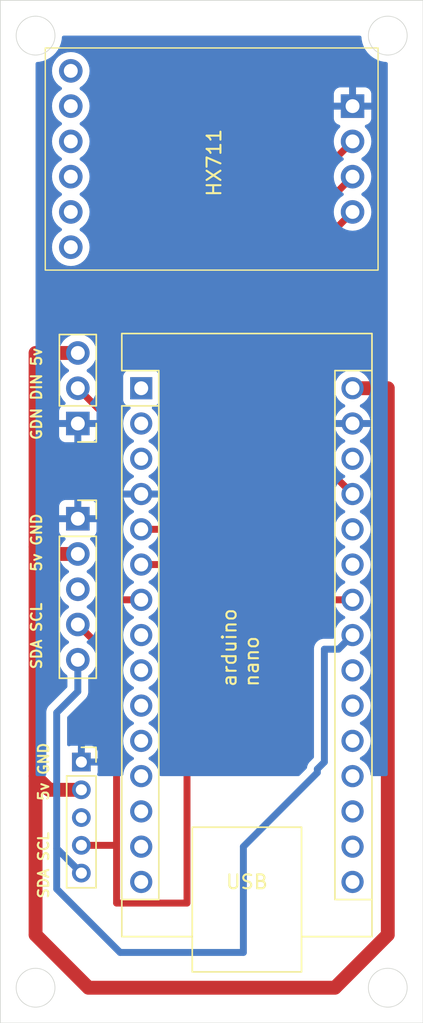
<source format=kicad_pcb>
(kicad_pcb (version 20240108) (generator "pcbnew") (generator_version "8.0")
  (title_block (title "Wave PCB") (date "2025-05-25") (company "YPP"))
  (layers (0 "F.Cu" signal) (31 "B.Cu" signal) (34 "B.Paste" user) (35 "F.Paste" user) (36 "B.SilkS" user "B.Silkscreen") (37 "F.SilkS" user "F.Silkscreen") (38 "B.Mask" user) (39 "F.Mask" user) (44 "Edge.Cuts" user))
  (net 0 "")
  (net 1 "GND")
  (net 2 "power")
  (net 3 "SCL")
  (net 4 "SDA")
  (footprint "Module:Arduino_Nano" (layer "F.Cu") (at 106.68 127)
    (property "Reference" "REF**" (hide yes))
    (property "Value" "Arduino_Nano" (hide yes))
    (fp_line (start -1.4 -3.94) (end -1.4 -1.27) (stroke (width 0.12)) (layer "F.SilkS"))
    (fp_line (start -1.4 1.27) (end -1.4 39.5) (stroke (width 0.12)) (layer "F.SilkS"))
    (fp_line (start -1.4 39.5) (end 3.68 39.5) (stroke (width 0.12)) (layer "F.SilkS"))
    (fp_line (start 1.27 -1.27) (end -1.4 -1.27) (stroke (width 0.12)) (layer "F.SilkS"))
    (fp_line (start 1.27 1.27) (end -1.4 1.27) (stroke (width 0.12)) (layer "F.SilkS"))
    (fp_line (start 1.27 1.27) (end 1.27 -1.27) (stroke (width 0.12)) (layer "F.SilkS"))
    (fp_line (start 1.27 1.27) (end 1.27 36.83) (stroke (width 0.12)) (layer "F.SilkS"))
    (fp_line (start 1.27 36.83) (end -1.4 36.83) (stroke (width 0.12)) (layer "F.SilkS"))
    (fp_line (start 3.68 31.62) (end 11.56 31.62) (stroke (width 0.12)) (layer "F.SilkS"))
    (fp_line (start 3.68 42.04) (end 3.68 31.62) (stroke (width 0.12)) (layer "F.SilkS"))
    (fp_line (start 11.56 31.62) (end 11.56 42.04) (stroke (width 0.12)) (layer "F.SilkS"))
    (fp_line (start 11.56 42.04) (end 3.68 42.04) (stroke (width 0.12)) (layer "F.SilkS"))
    (fp_line (start 13.97 -1.27) (end 13.97 36.83) (stroke (width 0.12)) (layer "F.SilkS"))
    (fp_line (start 13.97 -1.27) (end 16.64 -1.27) (stroke (width 0.12)) (layer "F.SilkS"))
    (fp_line (start 13.97 36.83) (end 16.64 36.83) (stroke (width 0.12)) (layer "F.SilkS"))
    (fp_line (start 16.64 -3.94) (end -1.4 -3.94) (stroke (width 0.12)) (layer "F.SilkS"))
    (fp_line (start 16.64 39.5) (end 11.56 39.5) (stroke (width 0.12)) (layer "F.SilkS"))
    (fp_line (start 16.64 39.5) (end 16.64 -3.94) (stroke (width 0.12)) (layer "F.SilkS"))
    (fp_text user "USB" (at 7.62 35.56 0) (layer "F.SilkS"))
    (pad "3V3" thru_hole oval (at 15.24 33.02) (size 1.6 1.6) (drill 1) (layers "*.Cu" "*.Mask"))
    (pad "5V" thru_hole oval (at 15.24 7.62) (size 1.6 1.6) (drill 1) (layers "*.Cu" "*.Mask") (net 2 "power"))
    (pad "A0" thru_hole oval (at 15.24 27.94) (size 1.6 1.6) (drill 1) (layers "*.Cu" "*.Mask"))
    (pad "A1" thru_hole oval (at 15.24 25.4) (size 1.6 1.6) (drill 1) (layers "*.Cu" "*.Mask"))
    (pad "A2" thru_hole oval (at 15.24 22.86) (size 1.6 1.6) (drill 1) (layers "*.Cu" "*.Mask"))
    (pad "A3" thru_hole oval (at 15.24 20.32) (size 1.6 1.6) (drill 1) (layers "*.Cu" "*.Mask"))
    (pad "A4" thru_hole oval (at 15.24 17.78) (size 1.6 1.6) (drill 1) (layers "*.Cu" "*.Mask") (net 4 "SDA"))
    (pad "A5" thru_hole oval (at 15.24 15.24) (size 1.6 1.6) (drill 1) (layers "*.Cu" "*.Mask") (net 3 "SCL"))
    (pad "A6" thru_hole oval (at 15.24 12.7) (size 1.6 1.6) (drill 1) (layers "*.Cu" "*.Mask"))
    (pad "A7" thru_hole oval (at 15.24 10.16) (size 1.6 1.6) (drill 1) (layers "*.Cu" "*.Mask"))
    (pad "D2" thru_hole oval (at 0 10.16) (size 1.6 1.6) (drill 1) (layers "*.Cu" "*.Mask"))
    (pad "D3" thru_hole oval (at 0 12.7) (size 1.6 1.6) (drill 1) (layers "*.Cu" "*.Mask"))
    (pad "D4" thru_hole oval (at 0 15.24) (size 1.6 1.6) (drill 1) (layers "*.Cu" "*.Mask"))
    (pad "D5" thru_hole oval (at 0 17.78) (size 1.6 1.6) (drill 1) (layers "*.Cu" "*.Mask"))
    (pad "D6" thru_hole oval (at 0 20.32) (size 1.6 1.6) (drill 1) (layers "*.Cu" "*.Mask"))
    (pad "D7" thru_hole oval (at 0 22.86) (size 1.6 1.6) (drill 1) (layers "*.Cu" "*.Mask"))
    (pad "D8" thru_hole oval (at 0 25.4) (size 1.6 1.6) (drill 1) (layers "*.Cu" "*.Mask"))
    (pad "D9" thru_hole oval (at 0 27.94) (size 1.6 1.6) (drill 1) (layers "*.Cu" "*.Mask"))
    (pad "D10" thru_hole oval (at 0 30.48) (size 1.6 1.6) (drill 1) (layers "*.Cu" "*.Mask"))
    (pad "D11" thru_hole oval (at 0 33.02) (size 1.6 1.6) (drill 1) (layers "*.Cu" "*.Mask"))
    (pad "D12" thru_hole oval (at 0 35.56) (size 1.6 1.6) (drill 1) (layers "*.Cu" "*.Mask"))
    (pad "D13" thru_hole oval (at 15.24 35.56) (size 1.6 1.6) (drill 1) (layers "*.Cu" "*.Mask"))
    (pad "GND" thru_hole oval (at 0 7.62) (size 1.6 1.6) (drill 1) (layers "*.Cu" "*.Mask") (net 1 "GND"))
    (pad "GND" thru_hole oval (at 15.24 2.54) (size 1.6 1.6) (drill 1) (layers "*.Cu" "*.Mask") (net 1 "GND"))
    (pad "REF" thru_hole oval (at 15.24 30.48) (size 1.6 1.6) (drill 1) (layers "*.Cu" "*.Mask"))
    (pad "RST" thru_hole oval (at 0 5.08) (size 1.6 1.6) (drill 1) (layers "*.Cu" "*.Mask"))
    (pad "RST" thru_hole oval (at 15.24 5.08) (size 1.6 1.6) (drill 1) (layers "*.Cu" "*.Mask"))
    (pad "RX0" thru_hole oval (at 0 2.54) (size 1.6 1.6) (drill 1) (layers "*.Cu" "*.Mask"))
    (pad "TX1" thru_hole rect (at 0 0) (size 1.6 1.6) (drill 1) (layers "*.Cu" "*.Mask"))
    (pad "VIN" thru_hole oval (at 15.24 0) (size 1.6 1.6) (drill 1) (layers "*.Cu" "*.Mask") (net 2 "power"))
  )
  (footprint "Connector_PinSocket_2.00mm:PinSocket_1x05_P2.00mm_Vertical" (layer "F.Cu") (at 102.362 153.924)
    (property "Reference" "REF**" (hide yes))
    (property "Value" "PinSocket_1x05_P2.00mm_Vertical" (hide yes))
    (fp_line (start -1.06 1) (end -1.06 9.06) (stroke (width 0.12)) (layer "F.SilkS"))
    (fp_line (start -1.06 1) (end 1.06 1) (stroke (width 0.12)) (layer "F.SilkS"))
    (fp_line (start -1.06 9.06) (end 1.06 9.06) (stroke (width 0.12)) (layer "F.SilkS"))
    (fp_line (start 0 -1.06) (end 1.06 -1.06) (stroke (width 0.12)) (layer "F.SilkS"))
    (fp_line (start 1.06 -1.06) (end 1.06 0) (stroke (width 0.12)) (layer "F.SilkS"))
    (fp_line (start 1.06 1) (end 1.06 9.06) (stroke (width 0.12)) (layer "F.SilkS"))
    (pad "2" thru_hole oval (at 0 2) (size 1.35 1.35) (drill 0.8) (layers "*.Cu" "*.Mask") (net 2 "power"))
    (pad "3" thru_hole oval (at 0 4) (size 1.35 1.35) (drill 0.8) (layers "*.Cu" "*.Mask"))
    (pad "GND" thru_hole rect (at 0 0) (size 1.35 1.35) (drill 0.8) (layers "*.Cu" "*.Mask") (net 1 "GND"))
    (pad "SCL" thru_hole oval (at 0 6) (size 1.35 1.35) (drill 0.8) (layers "*.Cu" "*.Mask") (net 3 "SCL"))
    (pad "SDA" thru_hole oval (at 0 8) (size 1.35 1.35) (drill 0.8) (layers "*.Cu" "*.Mask") (net 4 "SDA"))
  )
  (footprint "Connector_PinSocket_2.54mm:PinSocket_1x05_P2.54mm_Vertical" (layer "F.Cu") (at 102.108 136.398)
    (property "Reference" "REF**" (hide yes))
    (property "Value" "PinSocket_1x05_P2.54mm_Vertical" (hide yes))
    (fp_line (start -1.33 1.27) (end -1.33 11.49) (stroke (width 0.12)) (layer "F.SilkS"))
    (fp_line (start -1.33 1.27) (end 1.33 1.27) (stroke (width 0.12)) (layer "F.SilkS"))
    (fp_line (start -1.33 11.49) (end 1.33 11.49) (stroke (width 0.12)) (layer "F.SilkS"))
    (fp_line (start 0 -1.33) (end 1.33 -1.33) (stroke (width 0.12)) (layer "F.SilkS"))
    (fp_line (start 1.33 -1.33) (end 1.33 0) (stroke (width 0.12)) (layer "F.SilkS"))
    (fp_line (start 1.33 1.27) (end 1.33 11.49) (stroke (width 0.12)) (layer "F.SilkS"))
    (pad "3" thru_hole oval (at 0 5.08) (size 1.7 1.7) (drill 1) (layers "*.Cu" "*.Mask"))
    (pad "5v" thru_hole oval (at 0 2.54) (size 1.7 1.7) (drill 1) (layers "*.Cu" "*.Mask") (net 2 "power"))
    (pad "GND" thru_hole rect (at 0 0) (size 1.7 1.7) (drill 1) (layers "*.Cu" "*.Mask") (net 1 "GND"))
    (pad "SCL" thru_hole oval (at 0 7.62) (size 1.7 1.7) (drill 1) (layers "*.Cu" "*.Mask") (net 3 "SCL"))
    (pad "SDA" thru_hole oval (at 0 10.16) (size 1.7 1.7) (drill 1) (layers "*.Cu" "*.Mask") (net 4 "SDA"))
  )
  (footprint "Connector_PinHeader_2.54mm:PinHeader_1x03_P2.54mm_Vertical" (layer "F.Cu") (at 102.108 129.54 180)
    (property "Reference" "REF**" (hide yes))
    (property "Value" "WS2811" (hide yes))
    (fp_line (start 1.33 1.27) (end 1.33 6.41) (stroke (width 0.12)) (layer "F.SilkS"))
    (fp_line (start -1.33 6.41) (end 1.33 6.41) (stroke (width 0.12)) (layer "F.SilkS"))
    (fp_line (start -1.33 1.27) (end 1.33 1.27) (stroke (width 0.12)) (layer "F.SilkS"))
    (fp_line (start -1.33 1.27) (end -1.33 6.41) (stroke (width 0.12)) (layer "F.SilkS"))
    (fp_line (start -1.33 0) (end -1.33 -1.33) (stroke (width 0.12)) (layer "F.SilkS"))
    (fp_line (start -1.33 -1.33) (end 0 -1.33) (stroke (width 0.12)) (layer "F.SilkS"))
    (pad "DT" thru_hole oval (at 0 2.54 180) (size 1.7 1.7) (drill 1) (layers "*.Cu" "*.Mask"))
    (pad "GND" thru_hole rect (at 0 0 180) (size 1.7 1.7) (drill 1) (layers "*.Cu" "*.Mask") (net 1 "GND"))
    (pad "Vin" thru_hole oval (at 0 5.08 180) (size 1.7 1.7) (drill 1) (layers "*.Cu" "*.Mask") (net 2 "power"))
  )
  (footprint "SeongjooCustom:HX711Module" (layer "F.Cu") (at 111.76 109.22)
    (property "Reference" "REF**" (hide yes))
    (property "Value" "HX711Module" (hide yes))
    (fp_rect (start -12 -6.73) (end 12 9.27) (stroke (width 0.1)) (fill none) (layer "F.SilkS"))
    (pad "A+" thru_hole circle (at -10.16 2.54) (size 1.7 1.7) (drill 1) (layers "*.Cu" "*.Mask"))
    (pad "A-" thru_hole circle (at -10.16 0) (size 1.7 1.7) (drill 1) (layers "*.Cu" "*.Mask"))
    (pad "B+" thru_hole circle (at -10.16 7.62) (size 1.7 1.7) (drill 1) (layers "*.Cu" "*.Mask"))
    (pad "B-" thru_hole circle (at -10.16 5.08) (size 1.7 1.7) (drill 1) (layers "*.Cu" "*.Mask"))
    (pad "DT" thru_hole circle (at 10.16 0) (size 1.7 1.7) (drill 1) (layers "*.Cu" "*.Mask"))
    (pad "E+" thru_hole circle (at -10.16 -5.08) (size 1.7 1.7) (drill 1) (layers "*.Cu" "*.Mask"))
    (pad "E-" thru_hole circle (at -10.16 -2.54) (size 1.7 1.7) (drill 1) (layers "*.Cu" "*.Mask"))
    (pad "GND" thru_hole rect (at 10.16 -2.54) (size 1.7 1.7) (drill 1) (layers "*.Cu" "*.Mask") (net 1 "GND"))
    (pad "SCK" thru_hole circle (at 10.16 2.54) (size 1.7 1.7) (drill 1) (layers "*.Cu" "*.Mask"))
    (pad "VCC" thru_hole circle (at 10.16 5.08) (size 1.7 1.7) (drill 1) (layers "*.Cu" "*.Mask") (net 2 "power"))
  )
  (gr_circle (center 99.06 170.18) (end 100.46 170.18) (stroke (width 0.05)) (fill none) (layer "Edge.Cuts"))
  (gr_circle (center 124.46 170.18) (end 125.86 170.18) (stroke (width 0.05)) (fill none) (layer "Edge.Cuts"))
  (gr_circle (center 99.06 101.6) (end 100.46 101.6) (stroke (width 0.05)) (fill none) (layer "Edge.Cuts"))
  (gr_circle (center 124.46 101.6) (end 125.86 101.6) (stroke (width 0.05)) (fill none) (layer "Edge.Cuts"))
  (gr_rect (start 96.52 99.06) (end 127 172.72) (stroke (width 0.05)) (fill none) (layer "Edge.Cuts"))
  (gr_text "GDN DIN 5v" (at 99.568 130.81 90) (layer "F.SilkS") (effects (font (size 0.75 0.75)) (justify left bottom)))
  (gr_text "SDA SCL    5v GND\n" (at 99.568 147.32 90) (layer "F.SilkS") (effects (font (size 0.75 0.75)) (justify left bottom)))
  (gr_text "arduino\nnano\n\n" (at 116.84 148.59 90) (layer "F.SilkS") (effects (font (size 1 1)) (justify left bottom)))
  (gr_text "HX711" (at 112.522 113.284 90) (layer "F.SilkS") (effects (font (size 1 1)) (justify left bottom)))
  (gr_text "SDA SCL    5v GND\n" (at 100.076 163.83 90) (layer "F.SilkS") (effects (font (size 0.75 0.75)) (justify left bottom)))
  (segment (start 106.68 139.7) (end 111.76 139.7) (width 0.5) (layer "F.Cu") (net 0))
  (segment (start 114.3 116.84) (end 114.3 134.62) (width 0.5) (layer "F.Cu") (net 0))
  (segment (start 121.92 109.22) (end 114.3 116.84) (width 0.5) (layer "F.Cu") (net 0))
  (segment (start 104.14 142.24) (end 106.68 142.24) (width 0.5) (layer "F.Cu") (net 0))
  (segment (start 102.108 127) (end 104.14 129.032) (width 0.5) (layer "F.Cu") (net 0))
  (segment (start 116.84 116.84) (end 121.92 111.76) (width 0.5) (layer "F.Cu") (net 0))
  (segment (start 111.76 137.16) (end 106.68 137.16) (width 0.5) (layer "F.Cu") (net 0))
  (segment (start 111.76 139.7) (end 116.84 134.62) (width 0.5) (layer "F.Cu") (net 0))
  (segment (start 114.3 134.62) (end 111.76 137.16) (width 0.5) (layer "F.Cu") (net 0))
  (segment (start 104.14 129.032) (end 104.14 142.24) (width 0.5) (layer "F.Cu") (net 0))
  (segment (start 116.84 134.62) (end 116.84 116.84) (width 0.5) (layer "F.Cu") (net 0))
  (segment (start 99.06 138.43) (end 99.06 154.94) (width 1) (layer "F.Cu") (net 2))
  (segment (start 119.38 132.08) (end 119.38 116.84) (width 0.5) (layer "F.Cu") (net 2))
  (segment (start 102.87 170.18) (end 120.65 170.18) (width 1) (layer "F.Cu") (net 2))
  (segment (start 99.06 154.94) (end 100.044 155.924) (width 1) (layer "F.Cu") (net 2))
  (segment (start 120.65 170.18) (end 124.46 166.37) (width 1) (layer "F.Cu") (net 2))
  (segment (start 99.06 124.46) (end 102.108 124.46) (width 1) (layer "F.Cu") (net 2))
  (segment (start 121.92 134.62) (end 119.38 132.08) (width 0.5) (layer "F.Cu") (net 2))
  (segment (start 99.568 138.938) (end 102.108 138.938) (width 1) (layer "F.Cu") (net 2))
  (segment (start 99.06 166.37) (end 102.87 170.18) (width 1) (layer "F.Cu") (net 2))
  (segment (start 124.46 127) (end 121.92 127) (width 1) (layer "F.Cu") (net 2))
  (segment (start 99.06 138.43) (end 99.568 138.938) (width 1) (layer "F.Cu") (net 2))
  (segment (start 99.06 124.46) (end 99.06 138.43) (width 1) (layer "F.Cu") (net 2))
  (segment (start 100.044 155.924) (end 102.362 155.924) (width 1) (layer "F.Cu") (net 2))
  (segment (start 119.38 116.84) (end 121.92 114.3) (width 0.5) (layer "F.Cu") (net 2))
  (segment (start 124.46 166.37) (end 124.46 127) (width 1) (layer "F.Cu") (net 2))
  (segment (start 99.314 124.714) (end 99.06 124.46) (width 0.2) (layer "F.Cu") (net 2))
  (segment (start 99.06 154.94) (end 99.06 166.37) (width 1) (layer "F.Cu") (net 2))
  (segment (start 104.744 159.924) (end 104.902 159.766) (width 0.2) (layer "F.Cu") (net 3))
  (segment (start 104.902 164.084) (end 109.982 164.084) (width 0.5) (layer "F.Cu") (net 3))
  (segment (start 104.902 146.812) (end 104.902 159.766) (width 0.5) (layer "F.Cu") (net 3))
  (segment (start 102.362 159.924) (end 104.744 159.924) (width 0.5) (layer "F.Cu") (net 3))
  (segment (start 102.108 144.018) (end 104.902 146.812) (width 0.5) (layer "F.Cu") (net 3))
  (segment (start 120.142 142.24) (end 121.92 142.24) (width 0.5) (layer "F.Cu") (net 3))
  (segment (start 109.982 152.4) (end 120.142 142.24) (width 0.5) (layer "F.Cu") (net 3))
  (segment (start 109.982 164.084) (end 109.982 152.4) (width 0.5) (layer "F.Cu") (net 3))
  (segment (start 104.902 159.766) (end 104.902 164.084) (width 0.5) (layer "F.Cu") (net 3))
  (segment (start 114.046 167.64) (end 114.046 160.02) (width 0.5) (layer "B.Cu") (net 4))
  (segment (start 119.38 154.686) (end 119.38 154.432) (width 0.5) (layer "B.Cu") (net 4))
  (segment (start 102.108 146.558) (end 102.108 148.844) (width 0.5) (layer "B.Cu") (net 4))
  (segment (start 100.584 150.368) (end 100.584 160.146) (width 0.5) (layer "B.Cu") (net 4))
  (segment (start 120.904 145.796) (end 121.92 144.78) (width 0.5) (layer "B.Cu") (net 4))
  (segment (start 114.046 160.02) (end 119.38 154.686) (width 0.5) (layer "B.Cu") (net 4))
  (segment (start 119.888 145.796) (end 120.904 145.796) (width 0.5) (layer "B.Cu") (net 4))
  (segment (start 100.584 160.146) (end 100.584 163.068) (width 0.5) (layer "B.Cu") (net 4))
  (segment (start 100.584 160.146) (end 102.362 161.924) (width 0.5) (layer "B.Cu") (net 4))
  (segment (start 100.584 163.068) (end 105.156 167.64) (width 0.5) (layer "B.Cu") (net 4))
  (segment (start 105.156 167.64) (end 114.046 167.64) (width 0.5) (layer "B.Cu") (net 4))
  (segment (start 102.108 148.844) (end 100.584 150.368) (width 0.5) (layer "B.Cu") (net 4))
  (segment (start 119.38 154.432) (end 119.888 153.924) (width 0.5) (layer "B.Cu") (net 4))
  (segment (start 119.888 153.924) (end 119.888 145.796) (width 0.5) (layer "B.Cu") (net 4))
  (zone (net 1) (net_name "GND") (layer "B.Cu") (connect_pads (clearance 0.5)) (min_thickness 0.25) (fill yes (thermal_gap 0.5) (thermal_bridge_width 0.5))
    (polygon (pts (xy 99.06 101.6) (xy 99.06 154.94) (xy 124.46 154.94) (xy 124.46 101.6)))
  )
)
</source>
